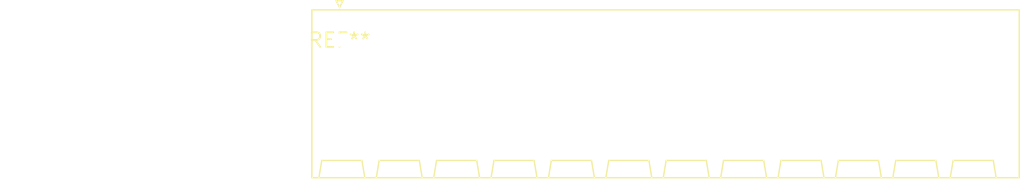
<source format=kicad_pcb>
(kicad_pcb (version 20240108) (generator pcbnew)
  (layers (0 "F.Cu" signal) (31 "B.Cu" signal) (34 "B.Paste" user) (35 "F.Paste" user) (36 "B.SilkS" user "B.Silkscreen") (37 "F.SilkS" user "F.Silkscreen") (38 "B.Mask" user) (39 "F.Mask" user) (44 "Edge.Cuts" user))
  (net 0 "")
  (footprint "PhoenixContact_SPT_2.5_12-H-5.0_1x12_P5.0mm_Horizontal" (layer "F.Cu") (at 0 0)
    (property "Reference" "REF**")
    (property "Value" "PhoenixContact_SPT_2.5_12-H-5.0_1x12_P5.0mm_Horizontal")
    (fp_line (start -2.41 -2.64) (end 59.21 -2.64) (layer "F.SilkS") (stroke (width 0.12)))
    (fp_line (start -2.41 11.98) (end -2.41 -2.64) (layer "F.SilkS") (stroke (width 0.12)))
    (fp_line (start -1.8 11.98) (end -1.55 10.48) (layer "F.SilkS") (stroke (width 0.12)))
    (fp_line (start -1.55 10.48) (end 1.95 10.48) (layer "F.SilkS") (stroke (width 0.12)))
    (fp_line (start -0.3 -3.44) (end 0 -2.84) (layer "F.SilkS") (stroke (width 0.12)))
    (fp_line (start -0.3 -3.44) (end 0.3 -3.44) (layer "F.SilkS") (stroke (width 0.12)))
    (fp_line (start 0.3 -3.44) (end 0 -2.84) (layer "F.SilkS") (stroke (width 0.12)))
    (fp_line (start 2.2 11.98) (end 1.95 10.48) (layer "F.SilkS") (stroke (width 0.12)))
    (fp_line (start 3.2 11.98) (end 3.45 10.48) (layer "F.SilkS") (stroke (width 0.12)))
    (fp_line (start 3.45 10.48) (end 6.95 10.48) (layer "F.SilkS") (stroke (width 0.12)))
    (fp_line (start 7.2 11.98) (end 6.95 10.48) (layer "F.SilkS") (stroke (width 0.12)))
    (fp_line (start 8.2 11.98) (end 8.45 10.48) (layer "F.SilkS") (stroke (width 0.12)))
    (fp_line (start 8.45 10.48) (end 11.95 10.48) (layer "F.SilkS") (stroke (width 0.12)))
    (fp_line (start 12.2 11.98) (end 11.95 10.48) (layer "F.SilkS") (stroke (width 0.12)))
    (fp_line (start 13.2 11.98) (end 13.45 10.48) (layer "F.SilkS") (stroke (width 0.12)))
    (fp_line (start 13.45 10.48) (end 16.95 10.48) (layer "F.SilkS") (stroke (width 0.12)))
    (fp_line (start 17.2 11.98) (end 16.95 10.48) (layer "F.SilkS") (stroke (width 0.12)))
    (fp_line (start 18.2 11.98) (end 18.45 10.48) (layer "F.SilkS") (stroke (width 0.12)))
    (fp_line (start 18.45 10.48) (end 21.95 10.48) (layer "F.SilkS") (stroke (width 0.12)))
    (fp_line (start 22.2 11.98) (end 21.95 10.48) (layer "F.SilkS") (stroke (width 0.12)))
    (fp_line (start 23.2 11.98) (end 23.45 10.48) (layer "F.SilkS") (stroke (width 0.12)))
    (fp_line (start 23.45 10.48) (end 26.95 10.48) (layer "F.SilkS") (stroke (width 0.12)))
    (fp_line (start 27.2 11.98) (end 26.95 10.48) (layer "F.SilkS") (stroke (width 0.12)))
    (fp_line (start 28.2 11.98) (end 28.45 10.48) (layer "F.SilkS") (stroke (width 0.12)))
    (fp_line (start 28.45 10.48) (end 31.95 10.48) (layer "F.SilkS") (stroke (width 0.12)))
    (fp_line (start 32.2 11.98) (end 31.95 10.48) (layer "F.SilkS") (stroke (width 0.12)))
    (fp_line (start 33.2 11.98) (end 33.45 10.48) (layer "F.SilkS") (stroke (width 0.12)))
    (fp_line (start 33.45 10.48) (end 36.95 10.48) (layer "F.SilkS") (stroke (width 0.12)))
    (fp_line (start 37.2 11.98) (end 36.95 10.48) (layer "F.SilkS") (stroke (width 0.12)))
    (fp_line (start 38.2 11.98) (end 38.45 10.48) (layer "F.SilkS") (stroke (width 0.12)))
    (fp_line (start 38.45 10.48) (end 41.95 10.48) (layer "F.SilkS") (stroke (width 0.12)))
    (fp_line (start 42.2 11.98) (end 41.95 10.48) (layer "F.SilkS") (stroke (width 0.12)))
    (fp_line (start 43.2 11.98) (end 43.45 10.48) (layer "F.SilkS") (stroke (width 0.12)))
    (fp_line (start 43.45 10.48) (end 46.95 10.48) (layer "F.SilkS") (stroke (width 0.12)))
    (fp_line (start 47.2 11.98) (end 46.95 10.48) (layer "F.SilkS") (stroke (width 0.12)))
    (fp_line (start 48.2 11.98) (end 48.45 10.48) (layer "F.SilkS") (stroke (width 0.12)))
    (fp_line (start 48.45 10.48) (end 51.95 10.48) (layer "F.SilkS") (stroke (width 0.12)))
    (fp_line (start 52.2 11.98) (end 51.95 10.48) (layer "F.SilkS") (stroke (width 0.12)))
    (fp_line (start 53.2 11.98) (end 53.45 10.48) (layer "F.SilkS") (stroke (width 0.12)))
    (fp_line (start 53.45 10.48) (end 56.95 10.48) (layer "F.SilkS") (stroke (width 0.12)))
    (fp_line (start 57.2 11.98) (end 56.95 10.48) (layer "F.SilkS") (stroke (width 0.12)))
    (fp_line (start 59.21 -2.64) (end 59.21 11.98) (layer "F.SilkS") (stroke (width 0.12)))
    (fp_line (start 59.21 11.98) (end -2.41 11.98) (layer "F.SilkS") (stroke (width 0.12)))
    (pad "1" thru_hole roundrect (at 0 0) (size 1.8 3.3) (drill 1.1) (layers *.Cu *.Mask) (remove_unused_layers) (roundrect_rratio 0.138889))
    (pad "1" thru_hole roundrect (at 0 8.2) (size 1.8 3.3) (drill 1.1) (layers *.Cu *.Mask) (remove_unused_layers) (roundrect_rratio 0.138889))
    (pad "2" thru_hole oval (at 5 0) (size 1.8 3.3) (drill 1.1) (layers *.Cu *.Mask) (remove_unused_layers))
    (pad "2" thru_hole oval (at 5 8.2) (size 1.8 3.3) (drill 1.1) (layers *.Cu *.Mask) (remove_unused_layers))
    (pad "3" thru_hole oval (at 10 0) (size 1.8 3.3) (drill 1.1) (layers *.Cu *.Mask) (remove_unused_layers))
    (pad "3" thru_hole oval (at 10 8.2) (size 1.8 3.3) (drill 1.1) (layers *.Cu *.Mask) (remove_unused_layers))
    (pad "4" thru_hole oval (at 15 0) (size 1.8 3.3) (drill 1.1) (layers *.Cu *.Mask) (remove_unused_layers))
    (pad "4" thru_hole oval (at 15 8.2) (size 1.8 3.3) (drill 1.1) (layers *.Cu *.Mask) (remove_unused_layers))
    (pad "5" thru_hole oval (at 20 0) (size 1.8 3.3) (drill 1.1) (layers *.Cu *.Mask) (remove_unused_layers))
    (pad "5" thru_hole oval (at 20 8.2) (size 1.8 3.3) (drill 1.1) (layers *.Cu *.Mask) (remove_unused_layers))
    (pad "6" thru_hole oval (at 25 0) (size 1.8 3.3) (drill 1.1) (layers *.Cu *.Mask) (remove_unused_layers))
    (pad "6" thru_hole oval (at 25 8.2) (size 1.8 3.3) (drill 1.1) (layers *.Cu *.Mask) (remove_unused_layers))
    (pad "7" thru_hole oval (at 30 0) (size 1.8 3.3) (drill 1.1) (layers *.Cu *.Mask) (remove_unused_layers))
    (pad "7" thru_hole oval (at 30 8.2) (size 1.8 3.3) (drill 1.1) (layers *.Cu *.Mask) (remove_unused_layers))
    (pad "8" thru_hole oval (at 35 0) (size 1.8 3.3) (drill 1.1) (layers *.Cu *.Mask) (remove_unused_layers))
    (pad "8" thru_hole oval (at 35 8.2) (size 1.8 3.3) (drill 1.1) (layers *.Cu *.Mask) (remove_unused_layers))
    (pad "9" thru_hole oval (at 40 0) (size 1.8 3.3) (drill 1.1) (layers *.Cu *.Mask) (remove_unused_layers))
    (pad "9" thru_hole oval (at 40 8.2) (size 1.8 3.3) (drill 1.1) (layers *.Cu *.Mask) (remove_unused_layers))
    (pad "10" thru_hole oval (at 45 0) (size 1.8 3.3) (drill 1.1) (layers *.Cu *.Mask) (remove_unused_layers))
    (pad "10" thru_hole oval (at 45 8.2) (size 1.8 3.3) (drill 1.1) (layers *.Cu *.Mask) (remove_unused_layers))
    (pad "11" thru_hole oval (at 50 0) (size 1.8 3.3) (drill 1.1) (layers *.Cu *.Mask) (remove_unused_layers))
    (pad "11" thru_hole oval (at 50 8.2) (size 1.8 3.3) (drill 1.1) (layers *.Cu *.Mask) (remove_unused_layers))
    (pad "12" thru_hole oval (at 55 0) (size 1.8 3.3) (drill 1.1) (layers *.Cu *.Mask) (remove_unused_layers))
    (pad "12" thru_hole oval (at 55 8.2) (size 1.8 3.3) (drill 1.1) (layers *.Cu *.Mask) (remove_unused_layers))
  )
)
</source>
